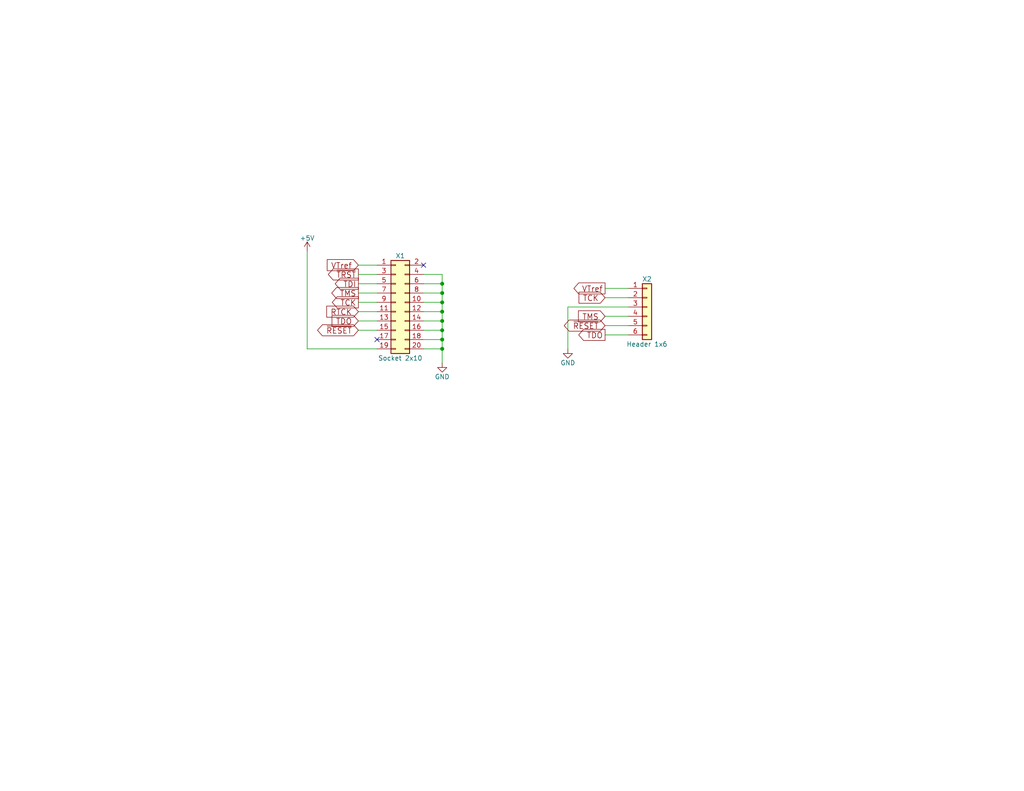
<source format=kicad_sch>
(kicad_sch (version 20230121) (generator eeschema)
  (paper "USLetter")
  (title_block (title "28-Pin to 6-Pin SWD Adapter") (date "2018-05-27") (rev "1") (company "Alex M."))
  (lib_symbols
    (symbol "Adapter_JTAG20PinTo6Pin-rescue:Conn_01x06-conn" (pin_names (offset 1.016) hide)
      (property "Reference" "J" (at 0 7.62 0))
      (property "Value" "conn:Conn_01x06" (at 0 -10.16 0))
      (symbol "Conn_01x06-conn_1_1"
        (rectangle (start -1.27 -7.493) (end 0 -7.747) (stroke (width 0.1524)))
        (rectangle (start -1.27 -4.953) (end 0 -5.207) (stroke (width 0.1524)))
        (rectangle (start -1.27 -2.413) (end 0 -2.667) (stroke (width 0.1524)))
        (rectangle (start -1.27 0.127) (end 0 -0.127) (stroke (width 0.1524)))
        (rectangle (start -1.27 2.667) (end 0 2.413) (stroke (width 0.1524)))
        (rectangle (start -1.27 5.207) (end 0 4.953) (stroke (width 0.1524)))
        (rectangle (start -1.27 6.35) (end 1.27 -8.89) (stroke (width 0.254)) (fill (type background)))
        (pin passive line (at -5.08 5.08 0) (length 3.81) (name "Pin_1") (number "1"))
        (pin passive line (at -5.08 2.54 0) (length 3.81) (name "Pin_2") (number "2"))
        (pin passive line (at -5.08 0 0) (length 3.81) (name "Pin_3") (number "3"))
        (pin passive line (at -5.08 -2.54 0) (length 3.81) (name "Pin_4") (number "4"))
        (pin passive line (at -5.08 -5.08 0) (length 3.81) (name "Pin_5") (number "5"))
        (pin passive line (at -5.08 -7.62 0) (length 3.81) (name "Pin_6") (number "6"))
      )
    )
    (symbol "Adapter_JTAG20PinTo6Pin-rescue:Conn_02x10_Odd_Even-conn" (pin_names (offset 1.016) hide)
      (property "Reference" "J" (at 1.27 12.7 0))
      (property "Value" "conn:Conn_02x10_Odd_Even" (at 1.27 -15.24 0))
      (symbol "Conn_02x10_Odd_Even-conn_1_1"
        (rectangle (start -1.27 -12.573) (end 0 -12.827) (stroke (width 0.1524)))
        (rectangle (start -1.27 -10.033) (end 0 -10.287) (stroke (width 0.1524)))
        (rectangle (start -1.27 -7.493) (end 0 -7.747) (stroke (width 0.1524)))
        (rectangle (start -1.27 -4.953) (end 0 -5.207) (stroke (width 0.1524)))
        (rectangle (start -1.27 -2.413) (end 0 -2.667) (stroke (width 0.1524)))
        (rectangle (start -1.27 0.127) (end 0 -0.127) (stroke (width 0.1524)))
        (rectangle (start -1.27 2.667) (end 0 2.413) (stroke (width 0.1524)))
        (rectangle (start -1.27 5.207) (end 0 4.953) (stroke (width 0.1524)))
        (rectangle (start -1.27 7.747) (end 0 7.493) (stroke (width 0.1524)))
        (rectangle (start -1.27 10.287) (end 0 10.033) (stroke (width 0.1524)))
        (rectangle (start -1.27 11.43) (end 3.81 -13.97) (stroke (width 0.254)) (fill (type background)))
        (rectangle (start 3.81 -12.573) (end 2.54 -12.827) (stroke (width 0.1524)))
        (rectangle (start 3.81 -10.033) (end 2.54 -10.287) (stroke (width 0.1524)))
        (rectangle (start 3.81 -7.493) (end 2.54 -7.747) (stroke (width 0.1524)))
        (rectangle (start 3.81 -4.953) (end 2.54 -5.207) (stroke (width 0.1524)))
        (rectangle (start 3.81 -2.413) (end 2.54 -2.667) (stroke (width 0.1524)))
        (rectangle (start 3.81 0.127) (end 2.54 -0.127) (stroke (width 0.1524)))
        (rectangle (start 3.81 2.667) (end 2.54 2.413) (stroke (width 0.1524)))
        (rectangle (start 3.81 5.207) (end 2.54 4.953) (stroke (width 0.1524)))
        (rectangle (start 3.81 7.747) (end 2.54 7.493) (stroke (width 0.1524)))
        (rectangle (start 3.81 10.287) (end 2.54 10.033) (stroke (width 0.1524)))
        (pin passive line (at -5.08 10.16 0) (length 3.81) (name "Pin_1") (number "1"))
        (pin passive line (at 7.62 0 180) (length 3.81) (name "Pin_10") (number "10"))
        (pin passive line (at -5.08 -2.54 0) (length 3.81) (name "Pin_11") (number "11"))
        (pin passive line (at 7.62 -2.54 180) (length 3.81) (name "Pin_12") (number "12"))
        (pin passive line (at -5.08 -5.08 0) (length 3.81) (name "Pin_13") (number "13"))
        (pin passive line (at 7.62 -5.08 180) (length 3.81) (name "Pin_14") (number "14"))
        (pin passive line (at -5.08 -7.62 0) (length 3.81) (name "Pin_15") (number "15"))
        (pin passive line (at 7.62 -7.62 180) (length 3.81) (name "Pin_16") (number "16"))
        (pin passive line (at -5.08 -10.16 0) (length 3.81) (name "Pin_17") (number "17"))
        (pin passive line (at 7.62 -10.16 180) (length 3.81) (name "Pin_18") (number "18"))
        (pin passive line (at -5.08 -12.7 0) (length 3.81) (name "Pin_19") (number "19"))
        (pin passive line (at 7.62 10.16 180) (length 3.81) (name "Pin_2") (number "2"))
        (pin passive line (at 7.62 -12.7 180) (length 3.81) (name "Pin_20") (number "20"))
        (pin passive line (at -5.08 7.62 0) (length 3.81) (name "Pin_3") (number "3"))
        (pin passive line (at 7.62 7.62 180) (length 3.81) (name "Pin_4") (number "4"))
        (pin passive line (at -5.08 5.08 0) (length 3.81) (name "Pin_5") (number "5"))
        (pin passive line (at 7.62 5.08 180) (length 3.81) (name "Pin_6") (number "6"))
        (pin passive line (at -5.08 2.54 0) (length 3.81) (name "Pin_7") (number "7"))
        (pin passive line (at 7.62 2.54 180) (length 3.81) (name "Pin_8") (number "8"))
        (pin passive line (at -5.08 0 0) (length 3.81) (name "Pin_9") (number "9"))
      )
    )
    (symbol "power:+5V" (power) (pin_names (offset 0))
      (property "Value" "+5V" (at 0 3.556 0))
      (symbol "+5V_0_1"
        (polyline (pts (xy -0.762 1.27) (xy 0 2.54)))
        (polyline (pts (xy 0 0) (xy 0 2.54)))
        (polyline (pts (xy 0 2.54) (xy 0.762 1.27)))
      )
      (symbol "+5V_1_1"
        (pin power_in line (at 0 0 90) (length 0) hide (name "+5V") (number "1"))
      )
    )
    (symbol "power:GND" (power) (pin_names (offset 0))
      (property "Value" "GND" (at 0 -3.81 0))
      (symbol "GND_0_1"
        (polyline (pts (xy 0 0) (xy 0 -1.27) (xy 1.27 -1.27) (xy 0 -2.54) (xy -1.27 -1.27) (xy 0 -1.27)))
      )
      (symbol "GND_1_1"
        (pin power_in line (at 0 0 270) (length 0) hide (name "GND") (number "1"))
      )
    )
  )
  (junction (at 120.65 95.25))
  (junction (at 120.65 87.63))
  (junction (at 120.65 77.47))
  (junction (at 120.65 82.55))
  (junction (at 120.65 80.01))
  (junction (at 120.65 92.71))
  (junction (at 120.65 85.09))
  (junction (at 120.65 90.17))
  (no_connect (at 102.87 92.71))
  (no_connect (at 115.57 72.39))
  (wire (pts (xy 115.57 74.93) (xy 120.65 74.93)))
  (wire (pts (xy 97.79 82.55) (xy 102.87 82.55)))
  (wire (pts (xy 115.57 80.01) (xy 120.65 80.01)))
  (wire (pts (xy 165.1 86.36) (xy 171.45 86.36)))
  (wire (pts (xy 165.1 78.74) (xy 171.45 78.74)))
  (wire (pts (xy 165.1 88.9) (xy 171.45 88.9)))
  (wire (pts (xy 120.65 90.17) (xy 120.65 92.71)))
  (wire (pts (xy 97.79 72.39) (xy 102.87 72.39)))
  (wire (pts (xy 83.82 95.25) (xy 83.82 68.58)))
  (wire (pts (xy 115.57 87.63) (xy 120.65 87.63)))
  (wire (pts (xy 97.79 85.09) (xy 102.87 85.09)))
  (wire (pts (xy 165.1 81.28) (xy 171.45 81.28)))
  (wire (pts (xy 154.94 83.82) (xy 154.94 95.25)))
  (wire (pts (xy 120.65 77.47) (xy 120.65 80.01)))
  (wire (pts (xy 165.1 91.44) (xy 171.45 91.44)))
  (wire (pts (xy 115.57 82.55) (xy 120.65 82.55)))
  (wire (pts (xy 97.79 80.01) (xy 102.87 80.01)))
  (wire (pts (xy 115.57 77.47) (xy 120.65 77.47)))
  (wire (pts (xy 97.79 87.63) (xy 102.87 87.63)))
  (wire (pts (xy 120.65 92.71) (xy 120.65 95.25)))
  (wire (pts (xy 120.65 85.09) (xy 120.65 87.63)))
  (wire (pts (xy 97.79 74.93) (xy 102.87 74.93)))
  (wire (pts (xy 120.65 74.93) (xy 120.65 77.47)))
  (wire (pts (xy 115.57 95.25) (xy 120.65 95.25)))
  (wire (pts (xy 171.45 83.82) (xy 154.94 83.82)))
  (wire (pts (xy 115.57 92.71) (xy 120.65 92.71)))
  (wire (pts (xy 97.79 77.47) (xy 102.87 77.47)))
  (wire (pts (xy 120.65 87.63) (xy 120.65 90.17)))
  (wire (pts (xy 97.79 90.17) (xy 102.87 90.17)))
  (wire (pts (xy 115.57 85.09) (xy 120.65 85.09)))
  (wire (pts (xy 120.65 80.01) (xy 120.65 82.55)))
  (wire (pts (xy 115.57 90.17) (xy 120.65 90.17)))
  (wire (pts (xy 120.65 95.25) (xy 120.65 99.06)))
  (wire (pts (xy 120.65 82.55) (xy 120.65 85.09)))
  (wire (pts (xy 102.87 95.25) (xy 83.82 95.25)))
  (global_label "VTref" (shape output) (at 165.1 78.74 180) (effects (font (size 1.524 1.524))) (property "Intersheetrefs" "${INTERSHEET_REFS}" (effects hide)))
  (global_label "RTCK" (shape input) (at 97.79 85.09 180) (effects (font (size 1.524 1.524))) (property "Intersheetrefs" "${INTERSHEET_REFS}" (effects hide)))
  (global_label "TCK" (shape input) (at 165.1 81.28 180) (effects (font (size 1.524 1.524))) (property "Intersheetrefs" "${INTERSHEET_REFS}" (effects hide)))
  (global_label "TMS" (shape input) (at 165.1 86.36 180) (effects (font (size 1.524 1.524))) (property "Intersheetrefs" "${INTERSHEET_REFS}" (effects hide)))
  (global_label "TDI" (shape output) (at 97.79 77.47 180) (effects (font (size 1.524 1.524))) (property "Intersheetrefs" "${INTERSHEET_REFS}" (effects hide)))
  (global_label "TDO" (shape input) (at 97.79 87.63 180) (effects (font (size 1.524 1.524))) (property "Intersheetrefs" "${INTERSHEET_REFS}" (effects hide)))
  (global_label "~{RESET}" (shape bidirectional) (at 97.79 90.17 180) (effects (font (size 1.524 1.524))) (property "Intersheetrefs" "${INTERSHEET_REFS}" (effects hide)))
  (global_label "TMS" (shape output) (at 97.79 80.01 180) (effects (font (size 1.524 1.524))) (property "Intersheetrefs" "${INTERSHEET_REFS}" (effects hide)))
  (global_label "VTref" (shape input) (at 97.79 72.39 180) (effects (font (size 1.524 1.524))) (property "Intersheetrefs" "${INTERSHEET_REFS}" (effects hide)))
  (global_label "~{TRST}" (shape output) (at 97.79 74.93 180) (effects (font (size 1.524 1.524))) (property "Intersheetrefs" "${INTERSHEET_REFS}" (effects hide)))
  (global_label "~{RESET}" (shape bidirectional) (at 165.1 88.9 180) (effects (font (size 1.524 1.524))) (property "Intersheetrefs" "${INTERSHEET_REFS}" (effects hide)))
  (global_label "TCK" (shape output) (at 97.79 82.55 180) (effects (font (size 1.524 1.524))) (property "Intersheetrefs" "${INTERSHEET_REFS}" (effects hide)))
  (global_label "TDO" (shape output) (at 165.1 91.44 180) (effects (font (size 1.524 1.524))) (property "Intersheetrefs" "${INTERSHEET_REFS}" (effects hide)))
  (symbol (lib_id "Adapter_JTAG20PinTo6Pin-rescue:Conn_02x10_Odd_Even-conn") (at 107.95 82.55 0) (unit 1)
    (property "Reference" "X1" (at 109.22 69.85 0))
    (property "Value" "Socket 2x10" (at 109.22 97.79 0))
    (property "Footprint" "Pin_Headers:Pin_Header_Straight_2x10_Pitch2.54mm" (effects hide))
  )
  (symbol (lib_id "power:+5V") (at 83.82 68.58 0) (unit 1)
    (property "Reference" "#PWR1" (effects hide))
    (property "Value" "+5V" (at 83.82 65.024 0))
  )
  (symbol (lib_id "power:GND") (at 120.65 99.06 0) (unit 1)
    (property "Reference" "#PWR2" (effects hide))
    (property "Value" "GND" (at 120.65 102.87 0))
  )
  (symbol (lib_id "Adapter_JTAG20PinTo6Pin-rescue:Conn_01x06-conn") (at 176.53 83.82 0) (unit 1)
    (property "Reference" "X2" (at 176.53 76.2 0))
    (property "Value" "Header 1x6" (at 176.53 93.98 0))
    (property "Footprint" "Pin_Headers:Pin_Header_Straight_1x06_Pitch2.54mm" (effects hide))
  )
  (symbol (lib_id "power:GND") (at 154.94 95.25 0) (unit 1)
    (property "Reference" "#PWR3" (effects hide))
    (property "Value" "GND" (at 154.94 99.06 0))
  )
)
</source>
